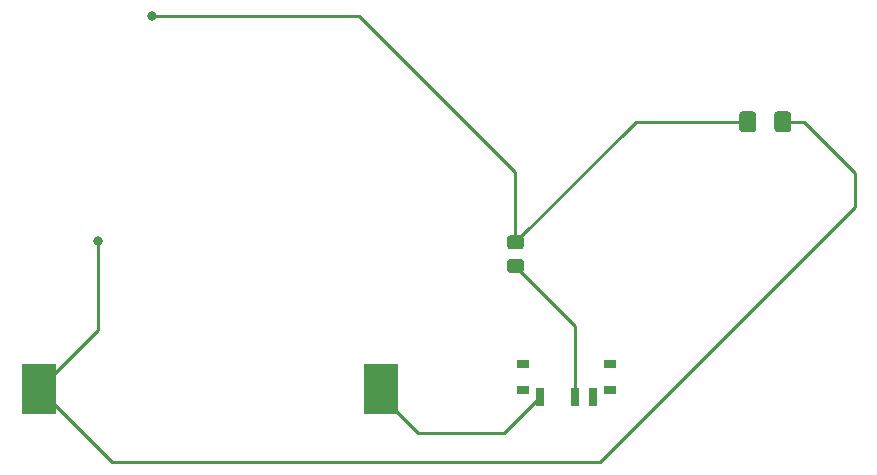
<source format=gbr>
%TF.GenerationSoftware,KiCad,Pcbnew,(5.1.10)-1*%
%TF.CreationDate,2022-09-07T22:56:21-04:00*%
%TF.ProjectId,HACK Badges,4841434b-2042-4616-9467-65732e6b6963,rev?*%
%TF.SameCoordinates,Original*%
%TF.FileFunction,Copper,L2,Bot*%
%TF.FilePolarity,Positive*%
%FSLAX46Y46*%
G04 Gerber Fmt 4.6, Leading zero omitted, Abs format (unit mm)*
G04 Created by KiCad (PCBNEW (5.1.10)-1) date 2022-09-07 22:56:21*
%MOMM*%
%LPD*%
G01*
G04 APERTURE LIST*
%TA.AperFunction,SMDPad,CuDef*%
%ADD10R,3.000000X4.200000*%
%TD*%
%TA.AperFunction,SMDPad,CuDef*%
%ADD11R,0.700000X1.500000*%
%TD*%
%TA.AperFunction,SMDPad,CuDef*%
%ADD12R,1.000000X0.800000*%
%TD*%
%TA.AperFunction,ViaPad*%
%ADD13C,0.800000*%
%TD*%
%TA.AperFunction,Conductor*%
%ADD14C,0.250000*%
%TD*%
G04 APERTURE END LIST*
D10*
%TO.P,BT1,1*%
%TO.N,Net-(BT1-Pad1)*%
X162390000Y-123080000D03*
%TO.P,BT1,2*%
%TO.N,Net-(BT1-Pad2)*%
X133390000Y-123080000D03*
%TD*%
%TO.P,D1,1*%
%TO.N,Net-(BT1-Pad2)*%
%TA.AperFunction,SMDPad,CuDef*%
G36*
G01*
X197110000Y-99845000D02*
X197110000Y-101095000D01*
G75*
G02*
X196860000Y-101345000I-250000J0D01*
G01*
X195935000Y-101345000D01*
G75*
G02*
X195685000Y-101095000I0J250000D01*
G01*
X195685000Y-99845000D01*
G75*
G02*
X195935000Y-99595000I250000J0D01*
G01*
X196860000Y-99595000D01*
G75*
G02*
X197110000Y-99845000I0J-250000D01*
G01*
G37*
%TD.AperFunction*%
%TO.P,D1,2*%
%TO.N,Net-(D1-Pad2)*%
%TA.AperFunction,SMDPad,CuDef*%
G36*
G01*
X194135000Y-99845000D02*
X194135000Y-101095000D01*
G75*
G02*
X193885000Y-101345000I-250000J0D01*
G01*
X192960000Y-101345000D01*
G75*
G02*
X192710000Y-101095000I0J250000D01*
G01*
X192710000Y-99845000D01*
G75*
G02*
X192960000Y-99595000I250000J0D01*
G01*
X193885000Y-99595000D01*
G75*
G02*
X194135000Y-99845000I0J-250000D01*
G01*
G37*
%TD.AperFunction*%
%TD*%
%TO.P,R1,1*%
%TO.N,Net-(D1-Pad2)*%
%TA.AperFunction,SMDPad,CuDef*%
G36*
G01*
X173309999Y-110080000D02*
X174210001Y-110080000D01*
G75*
G02*
X174460000Y-110329999I0J-249999D01*
G01*
X174460000Y-111030001D01*
G75*
G02*
X174210001Y-111280000I-249999J0D01*
G01*
X173309999Y-111280000D01*
G75*
G02*
X173060000Y-111030001I0J249999D01*
G01*
X173060000Y-110329999D01*
G75*
G02*
X173309999Y-110080000I249999J0D01*
G01*
G37*
%TD.AperFunction*%
%TO.P,R1,2*%
%TO.N,Net-(R1-Pad2)*%
%TA.AperFunction,SMDPad,CuDef*%
G36*
G01*
X173309999Y-112080000D02*
X174210001Y-112080000D01*
G75*
G02*
X174460000Y-112329999I0J-249999D01*
G01*
X174460000Y-113030001D01*
G75*
G02*
X174210001Y-113280000I-249999J0D01*
G01*
X173309999Y-113280000D01*
G75*
G02*
X173060000Y-113030001I0J249999D01*
G01*
X173060000Y-112329999D01*
G75*
G02*
X173309999Y-112080000I249999J0D01*
G01*
G37*
%TD.AperFunction*%
%TD*%
D11*
%TO.P,SW1,1*%
%TO.N,Net-(BT1-Pad1)*%
X175830000Y-123790000D03*
%TO.P,SW1,2*%
%TO.N,Net-(R1-Pad2)*%
X178830000Y-123790000D03*
%TO.P,SW1,3*%
%TO.N,N/C*%
X180330000Y-123790000D03*
D12*
%TO.P,SW1,4*%
X174430000Y-123140000D03*
%TO.P,SW1,5*%
X174430000Y-120940000D03*
%TO.P,SW1,6*%
X181730000Y-123140000D03*
%TO.P,SW1,7*%
X181730000Y-120940000D03*
%TD*%
D13*
%TO.N,Net-(BT1-Pad2)*%
X138400000Y-110550000D03*
%TO.N,Net-(D1-Pad2)*%
X142950000Y-91520000D03*
%TD*%
D14*
%TO.N,Net-(BT1-Pad1)*%
X162390000Y-123080000D02*
X162390000Y-123710000D01*
X162390000Y-123710000D02*
X165480000Y-126800000D01*
X172820000Y-126800000D02*
X175830000Y-123790000D01*
X165480000Y-126800000D02*
X172820000Y-126800000D01*
%TO.N,Net-(BT1-Pad2)*%
X138400000Y-110550000D02*
X138500000Y-110450000D01*
X139600000Y-129290000D02*
X133390000Y-123080000D01*
X138400000Y-118070000D02*
X133390000Y-123080000D01*
X138400000Y-110550000D02*
X138400000Y-118070000D01*
X196397500Y-100470000D02*
X198190000Y-100470000D01*
X198190000Y-100470000D02*
X202530000Y-104810000D01*
X202530000Y-104810000D02*
X202530000Y-107690000D01*
X180930000Y-129290000D02*
X139600000Y-129290000D01*
X202530000Y-107690000D02*
X180930000Y-129290000D01*
%TO.N,Net-(D1-Pad2)*%
X142950000Y-91520000D02*
X160550000Y-91520000D01*
X173760000Y-104730000D02*
X173760000Y-110680000D01*
X160550000Y-91520000D02*
X173760000Y-104730000D01*
X183970000Y-100470000D02*
X173760000Y-110680000D01*
X193422500Y-100470000D02*
X183970000Y-100470000D01*
%TO.N,Net-(R1-Pad2)*%
X178830000Y-117750000D02*
X173760000Y-112680000D01*
X178830000Y-123790000D02*
X178830000Y-117750000D01*
%TD*%
M02*

</source>
